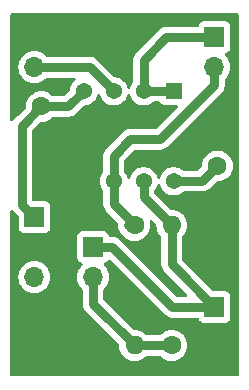
<source format=gbr>
%TF.GenerationSoftware,KiCad,Pcbnew,8.0.6*%
%TF.CreationDate,2025-02-14T15:15:11-07:00*%
%TF.ProjectId,KiCad_Curve_Tracer,4b694361-645f-4437-9572-76655f547261,rev?*%
%TF.SameCoordinates,Original*%
%TF.FileFunction,Copper,L1,Top*%
%TF.FilePolarity,Positive*%
%FSLAX46Y46*%
G04 Gerber Fmt 4.6, Leading zero omitted, Abs format (unit mm)*
G04 Created by KiCad (PCBNEW 8.0.6) date 2025-02-14 15:15:11*
%MOMM*%
%LPD*%
G01*
G04 APERTURE LIST*
%TA.AperFunction,ComponentPad*%
%ADD10R,1.700000X1.700000*%
%TD*%
%TA.AperFunction,ComponentPad*%
%ADD11O,1.700000X1.700000*%
%TD*%
%TA.AperFunction,ComponentPad*%
%ADD12C,1.600000*%
%TD*%
%TA.AperFunction,ComponentPad*%
%ADD13O,1.600000X1.600000*%
%TD*%
%TA.AperFunction,ComponentPad*%
%ADD14R,1.371600X1.371600*%
%TD*%
%TA.AperFunction,ComponentPad*%
%ADD15C,1.371600*%
%TD*%
%TA.AperFunction,Conductor*%
%ADD16C,0.750000*%
%TD*%
G04 APERTURE END LIST*
D10*
%TO.P,J1,1,Pin_1*%
%TO.N,GND*%
X45720000Y-35560000D03*
D11*
%TO.P,J1,2,Pin_2*%
%TO.N,/opamp curve tracer/Vi*%
X45720000Y-38100000D03*
%TD*%
D10*
%TO.P,J5,1,Pin_1*%
%TO.N,/opamp curve tracer/Vo*%
X60960000Y-58420000D03*
D11*
%TO.P,J5,2,Pin_2*%
%TO.N,GND*%
X60960000Y-60960000D03*
%TD*%
D12*
%TO.P,R1,1*%
%TO.N,/opamp curve tracer/rng*%
X57340842Y-61653113D03*
D13*
%TO.P,R1,2*%
%TO.N,/opamp curve tracer/Vo*%
X57340842Y-51493113D03*
%TD*%
D10*
%TO.P,J2,1,Pin_1*%
%TO.N,/opamp curve tracer/DUT+*%
X60960000Y-35560000D03*
D11*
%TO.P,J2,2,Pin_2*%
%TO.N,/opamp curve tracer/DUT-*%
X60960000Y-38100000D03*
%TD*%
D12*
%TO.P,C2,1*%
%TO.N,/opamp curve tracer/V-*%
X46314710Y-41422000D03*
%TO.P,C2,2*%
%TO.N,GND*%
X46314710Y-43922000D03*
%TD*%
D14*
%TO.P,U1,1*%
%TO.N,/opamp curve tracer/DUT+*%
X57513415Y-40125370D03*
D15*
%TO.P,U1,2,-*%
X54973415Y-40125370D03*
%TO.P,U1,3,+*%
%TO.N,/opamp curve tracer/Vi*%
X52433415Y-40125370D03*
%TO.P,U1,4,V-*%
%TO.N,/opamp curve tracer/V-*%
X49893415Y-40125370D03*
%TO.P,U1,5,+*%
%TO.N,GND*%
X49893415Y-47745370D03*
%TO.P,U1,6,-*%
%TO.N,/opamp curve tracer/DUT-*%
X52433415Y-47745370D03*
%TO.P,U1,7*%
%TO.N,/opamp curve tracer/Vo*%
X54973415Y-47745370D03*
%TO.P,U1,8,V+*%
%TO.N,/opamp curve tracer/V+*%
X57513415Y-47745370D03*
%TD*%
D12*
%TO.P,R2,1*%
%TO.N,/opamp curve tracer/DUT-*%
X54204239Y-51493113D03*
D13*
%TO.P,R2,2*%
%TO.N,/opamp curve tracer/rng*%
X54204239Y-61653113D03*
%TD*%
D12*
%TO.P,C1,1*%
%TO.N,/opamp curve tracer/V+*%
X61214000Y-46462000D03*
%TO.P,C1,2*%
%TO.N,GND*%
X61214000Y-43962000D03*
%TD*%
D10*
%TO.P,J4,1,Pin_1*%
%TO.N,/opamp curve tracer/V-*%
X45720000Y-50800000D03*
D11*
%TO.P,J4,2,Pin_2*%
%TO.N,GND*%
X45720000Y-53340000D03*
%TO.P,J4,3,Pin_3*%
%TO.N,/opamp curve tracer/V+*%
X45720000Y-55880000D03*
%TD*%
D10*
%TO.P,J3,1,Pin_1*%
%TO.N,/opamp curve tracer/Vo*%
X50681593Y-53340000D03*
D11*
%TO.P,J3,2,Pin_2*%
%TO.N,/opamp curve tracer/rng*%
X50681593Y-55880000D03*
%TD*%
D16*
%TO.N,/opamp curve tracer/DUT-*%
X52433415Y-49722289D02*
X54204239Y-51493113D01*
X52433415Y-47745370D02*
X52433415Y-49722289D01*
X53848000Y-44196000D02*
X52433415Y-45610585D01*
X52433415Y-45610585D02*
X52433415Y-47745370D01*
X56388000Y-44196000D02*
X53848000Y-44196000D01*
X60960000Y-39624000D02*
X56388000Y-44196000D01*
X60960000Y-38100000D02*
X60960000Y-39624000D01*
%TO.N,/opamp curve tracer/V+*%
X59930630Y-47745370D02*
X61214000Y-46462000D01*
X57513415Y-47745370D02*
X59930630Y-47745370D01*
X57683682Y-47789831D02*
X57695831Y-47789831D01*
%TO.N,/opamp curve tracer/V-*%
X46314710Y-41422000D02*
X48596785Y-41422000D01*
X44650523Y-43086187D02*
X44650523Y-49730523D01*
X44650523Y-49730523D02*
X45720000Y-50800000D01*
X48596785Y-41422000D02*
X49893415Y-40125370D01*
X46314710Y-41422000D02*
X44650523Y-43086187D01*
%TO.N,/opamp curve tracer/Vi*%
X45720000Y-38100000D02*
X50408045Y-38100000D01*
X50408045Y-38100000D02*
X52433415Y-40125370D01*
%TO.N,/opamp curve tracer/DUT-*%
X54204239Y-51493113D02*
X53641158Y-51493113D01*
%TO.N,/opamp curve tracer/DUT+*%
X54973415Y-40125370D02*
X57513415Y-40125370D01*
X54973415Y-37482585D02*
X54973415Y-40125370D01*
X60960000Y-35560000D02*
X56896000Y-35560000D01*
X56896000Y-35560000D02*
X54973415Y-37482585D01*
%TO.N,/opamp curve tracer/Vo*%
X57335113Y-51493113D02*
X54973415Y-49131415D01*
X57404000Y-58420000D02*
X60960000Y-58420000D01*
X57340842Y-51493113D02*
X57340842Y-54800842D01*
X54973415Y-49131415D02*
X54973415Y-47745370D01*
X52324000Y-53340000D02*
X57404000Y-58420000D01*
X50681593Y-53340000D02*
X52324000Y-53340000D01*
X57340842Y-54800842D02*
X60960000Y-58420000D01*
X57340842Y-51493113D02*
X57335113Y-51493113D01*
%TO.N,/opamp curve tracer/rng*%
X57340842Y-61653113D02*
X54204239Y-61653113D01*
X50681593Y-55880000D02*
X50681593Y-58130467D01*
X50681593Y-58130467D02*
X54204239Y-61653113D01*
%TD*%
%TA.AperFunction,Conductor*%
%TO.N,GND*%
G36*
X62942539Y-33540185D02*
G01*
X62988294Y-33592989D01*
X62999500Y-33644500D01*
X62999500Y-64145500D01*
X62979815Y-64212539D01*
X62927011Y-64258294D01*
X62875500Y-64269500D01*
X43804500Y-64269500D01*
X43737461Y-64249815D01*
X43691706Y-64197011D01*
X43680500Y-64145500D01*
X43680500Y-55879999D01*
X44364341Y-55879999D01*
X44364341Y-55880000D01*
X44384936Y-56115403D01*
X44384938Y-56115413D01*
X44446094Y-56343655D01*
X44446096Y-56343659D01*
X44446097Y-56343663D01*
X44545965Y-56557830D01*
X44545967Y-56557834D01*
X44654281Y-56712521D01*
X44681505Y-56751401D01*
X44848599Y-56918495D01*
X44945384Y-56986265D01*
X45042165Y-57054032D01*
X45042167Y-57054033D01*
X45042170Y-57054035D01*
X45256337Y-57153903D01*
X45484592Y-57215063D01*
X45672918Y-57231539D01*
X45719999Y-57235659D01*
X45720000Y-57235659D01*
X45720001Y-57235659D01*
X45759234Y-57232226D01*
X45955408Y-57215063D01*
X46183663Y-57153903D01*
X46397830Y-57054035D01*
X46591401Y-56918495D01*
X46758495Y-56751401D01*
X46894035Y-56557830D01*
X46993903Y-56343663D01*
X47055063Y-56115408D01*
X47075659Y-55880000D01*
X47055063Y-55644592D01*
X46993903Y-55416337D01*
X46894035Y-55202171D01*
X46791840Y-55056220D01*
X46758494Y-55008597D01*
X46591402Y-54841506D01*
X46591395Y-54841501D01*
X46397834Y-54705967D01*
X46397830Y-54705965D01*
X46348174Y-54682810D01*
X46183663Y-54606097D01*
X46183659Y-54606096D01*
X46183655Y-54606094D01*
X45955413Y-54544938D01*
X45955403Y-54544936D01*
X45720001Y-54524341D01*
X45719999Y-54524341D01*
X45484596Y-54544936D01*
X45484586Y-54544938D01*
X45256344Y-54606094D01*
X45256335Y-54606098D01*
X45042171Y-54705964D01*
X45042169Y-54705965D01*
X44848597Y-54841505D01*
X44681505Y-55008597D01*
X44545965Y-55202169D01*
X44545964Y-55202171D01*
X44446098Y-55416335D01*
X44446094Y-55416344D01*
X44384938Y-55644586D01*
X44384936Y-55644596D01*
X44364341Y-55879999D01*
X43680500Y-55879999D01*
X43680500Y-50263413D01*
X43700185Y-50196374D01*
X43752989Y-50150619D01*
X43822147Y-50140675D01*
X43885703Y-50169700D01*
X43907602Y-50194522D01*
X43970477Y-50288621D01*
X43970480Y-50288625D01*
X44333181Y-50651325D01*
X44366666Y-50712648D01*
X44369500Y-50739006D01*
X44369500Y-51697870D01*
X44369501Y-51697876D01*
X44375908Y-51757483D01*
X44426202Y-51892328D01*
X44426206Y-51892335D01*
X44512452Y-52007544D01*
X44512455Y-52007547D01*
X44627664Y-52093793D01*
X44627671Y-52093797D01*
X44762517Y-52144091D01*
X44762516Y-52144091D01*
X44769444Y-52144835D01*
X44822127Y-52150500D01*
X46617872Y-52150499D01*
X46677483Y-52144091D01*
X46812331Y-52093796D01*
X46927546Y-52007546D01*
X47013796Y-51892331D01*
X47064091Y-51757483D01*
X47070500Y-51697873D01*
X47070499Y-49902128D01*
X47064091Y-49842517D01*
X47054481Y-49816752D01*
X47013797Y-49707671D01*
X47013793Y-49707664D01*
X46927547Y-49592455D01*
X46927544Y-49592452D01*
X46812335Y-49506206D01*
X46812328Y-49506202D01*
X46677482Y-49455908D01*
X46677483Y-49455908D01*
X46617883Y-49449501D01*
X46617881Y-49449500D01*
X46617873Y-49449500D01*
X46617865Y-49449500D01*
X45659006Y-49449500D01*
X45591967Y-49429815D01*
X45571325Y-49413181D01*
X45562342Y-49404198D01*
X45528857Y-49342875D01*
X45526023Y-49316517D01*
X45526023Y-43500192D01*
X45545708Y-43433153D01*
X45562338Y-43412515D01*
X46211916Y-42762936D01*
X46273237Y-42729453D01*
X46310403Y-42727091D01*
X46314710Y-42727468D01*
X46541402Y-42707635D01*
X46761206Y-42648739D01*
X46967444Y-42552568D01*
X47153849Y-42422047D01*
X47242078Y-42333817D01*
X47303399Y-42300334D01*
X47329758Y-42297500D01*
X48683016Y-42297500D01*
X48683017Y-42297499D01*
X48852159Y-42263855D01*
X49011490Y-42197858D01*
X49154884Y-42102045D01*
X49908940Y-41347989D01*
X49970263Y-41314504D01*
X49996621Y-41311670D01*
X50003340Y-41311670D01*
X50003342Y-41311670D01*
X50219452Y-41271272D01*
X50424460Y-41191851D01*
X50611383Y-41076113D01*
X50773857Y-40927999D01*
X50906348Y-40752552D01*
X51004346Y-40555747D01*
X51044148Y-40415852D01*
X51081427Y-40356760D01*
X51144737Y-40327202D01*
X51213976Y-40336564D01*
X51267163Y-40381873D01*
X51282680Y-40415851D01*
X51297503Y-40467945D01*
X51322484Y-40555749D01*
X51420478Y-40752546D01*
X51420483Y-40752554D01*
X51486727Y-40840275D01*
X51552973Y-40927999D01*
X51715447Y-41076113D01*
X51902370Y-41191851D01*
X52107378Y-41271272D01*
X52323488Y-41311670D01*
X52323490Y-41311670D01*
X52543340Y-41311670D01*
X52543342Y-41311670D01*
X52759452Y-41271272D01*
X52964460Y-41191851D01*
X53151383Y-41076113D01*
X53313857Y-40927999D01*
X53446348Y-40752552D01*
X53544346Y-40555747D01*
X53584148Y-40415852D01*
X53621427Y-40356760D01*
X53684737Y-40327202D01*
X53753976Y-40336564D01*
X53807163Y-40381873D01*
X53822680Y-40415851D01*
X53837503Y-40467945D01*
X53862484Y-40555749D01*
X53960478Y-40752546D01*
X53960483Y-40752554D01*
X54026727Y-40840275D01*
X54092973Y-40927999D01*
X54255447Y-41076113D01*
X54442370Y-41191851D01*
X54647378Y-41271272D01*
X54863488Y-41311670D01*
X54863490Y-41311670D01*
X55083340Y-41311670D01*
X55083342Y-41311670D01*
X55299452Y-41271272D01*
X55504460Y-41191851D01*
X55691383Y-41076113D01*
X55738420Y-41033232D01*
X55801224Y-41002616D01*
X55821958Y-41000870D01*
X56282350Y-41000870D01*
X56349389Y-41020555D01*
X56381617Y-41050559D01*
X56383818Y-41053499D01*
X56383819Y-41053501D01*
X56470069Y-41168716D01*
X56505583Y-41195302D01*
X56585279Y-41254963D01*
X56585286Y-41254967D01*
X56720132Y-41305261D01*
X56720131Y-41305261D01*
X56727059Y-41306005D01*
X56779742Y-41311670D01*
X57734823Y-41311669D01*
X57801862Y-41331353D01*
X57847617Y-41384157D01*
X57857561Y-41453316D01*
X57828536Y-41516872D01*
X57822504Y-41523350D01*
X56061675Y-43284181D01*
X56000352Y-43317666D01*
X55973994Y-43320500D01*
X53761768Y-43320500D01*
X53592633Y-43354143D01*
X53592621Y-43354146D01*
X53433301Y-43420138D01*
X53433288Y-43420145D01*
X53289901Y-43515954D01*
X53289897Y-43515957D01*
X51929814Y-44876042D01*
X51875316Y-44930540D01*
X51834002Y-44971854D01*
X51753368Y-45052487D01*
X51657560Y-45195873D01*
X51657553Y-45195886D01*
X51591561Y-45355206D01*
X51591558Y-45355218D01*
X51557915Y-45524351D01*
X51557915Y-46894636D01*
X51538230Y-46961675D01*
X51532869Y-46969363D01*
X51420483Y-47118185D01*
X51420478Y-47118193D01*
X51322484Y-47314990D01*
X51262318Y-47526456D01*
X51242033Y-47745370D01*
X51262318Y-47964283D01*
X51322484Y-48175749D01*
X51420478Y-48372546D01*
X51420483Y-48372554D01*
X51460400Y-48425412D01*
X51532869Y-48521377D01*
X51557561Y-48586737D01*
X51557915Y-48596103D01*
X51557915Y-49808522D01*
X51591558Y-49977655D01*
X51591561Y-49977667D01*
X51657553Y-50136987D01*
X51657560Y-50137000D01*
X51753369Y-50280387D01*
X51753372Y-50280391D01*
X52737739Y-51264757D01*
X52771224Y-51326080D01*
X52771676Y-51376627D01*
X52765658Y-51406884D01*
X52765658Y-51579346D01*
X52799301Y-51748479D01*
X52799304Y-51748491D01*
X52865296Y-51907811D01*
X52865303Y-51907824D01*
X52961111Y-52051210D01*
X52961112Y-52051211D01*
X52961113Y-52051212D01*
X53083059Y-52173158D01*
X53083062Y-52173160D01*
X53083063Y-52173161D01*
X53087770Y-52177024D01*
X53087283Y-52177617D01*
X53114696Y-52204437D01*
X53204193Y-52332254D01*
X53365097Y-52493158D01*
X53372219Y-52498145D01*
X53551505Y-52623681D01*
X53757743Y-52719852D01*
X53977547Y-52778748D01*
X54139469Y-52792914D01*
X54204237Y-52798581D01*
X54204239Y-52798581D01*
X54204241Y-52798581D01*
X54260912Y-52793622D01*
X54430931Y-52778748D01*
X54650735Y-52719852D01*
X54856973Y-52623681D01*
X55043378Y-52493160D01*
X55204286Y-52332252D01*
X55334807Y-52145847D01*
X55430978Y-51939609D01*
X55489874Y-51719805D01*
X55509707Y-51493113D01*
X55509233Y-51487700D01*
X55495093Y-51326080D01*
X55489874Y-51266421D01*
X55470411Y-51193783D01*
X55472074Y-51123936D01*
X55511236Y-51066073D01*
X55575465Y-51038569D01*
X55644367Y-51050155D01*
X55677867Y-51074011D01*
X55999442Y-51395586D01*
X56032927Y-51456909D01*
X56034887Y-51487700D01*
X56035374Y-51487700D01*
X56035374Y-51493114D01*
X56055206Y-51719799D01*
X56055208Y-51719810D01*
X56114100Y-51939601D01*
X56114103Y-51939610D01*
X56210273Y-52145845D01*
X56210274Y-52145847D01*
X56340793Y-52332250D01*
X56340794Y-52332251D01*
X56340795Y-52332252D01*
X56429024Y-52420481D01*
X56462508Y-52481802D01*
X56465342Y-52508161D01*
X56465342Y-54887075D01*
X56498985Y-55056208D01*
X56498988Y-55056220D01*
X56564980Y-55215540D01*
X56564987Y-55215553D01*
X56660796Y-55358940D01*
X56660799Y-55358944D01*
X58634675Y-57332819D01*
X58668160Y-57394142D01*
X58663176Y-57463834D01*
X58621304Y-57519767D01*
X58555840Y-57544184D01*
X58546994Y-57544500D01*
X57818006Y-57544500D01*
X57750967Y-57524815D01*
X57730325Y-57508181D01*
X52882102Y-52659957D01*
X52882098Y-52659954D01*
X52738711Y-52564145D01*
X52738698Y-52564138D01*
X52579378Y-52498146D01*
X52579366Y-52498143D01*
X52410232Y-52464500D01*
X52410229Y-52464500D01*
X52142357Y-52464500D01*
X52075318Y-52444815D01*
X52029563Y-52392011D01*
X52026175Y-52383833D01*
X51975390Y-52247671D01*
X51975386Y-52247664D01*
X51889140Y-52132455D01*
X51889137Y-52132452D01*
X51773928Y-52046206D01*
X51773921Y-52046202D01*
X51639075Y-51995908D01*
X51639076Y-51995908D01*
X51579476Y-51989501D01*
X51579474Y-51989500D01*
X51579466Y-51989500D01*
X51579457Y-51989500D01*
X49783722Y-51989500D01*
X49783716Y-51989501D01*
X49724109Y-51995908D01*
X49589264Y-52046202D01*
X49589257Y-52046206D01*
X49474048Y-52132452D01*
X49474045Y-52132455D01*
X49387799Y-52247664D01*
X49387795Y-52247671D01*
X49337501Y-52382517D01*
X49331094Y-52442116D01*
X49331093Y-52442135D01*
X49331093Y-54237870D01*
X49331094Y-54237876D01*
X49337501Y-54297483D01*
X49387795Y-54432328D01*
X49387799Y-54432335D01*
X49474045Y-54547544D01*
X49474048Y-54547547D01*
X49589257Y-54633793D01*
X49589264Y-54633797D01*
X49720674Y-54682810D01*
X49776608Y-54724681D01*
X49801025Y-54790145D01*
X49786173Y-54858418D01*
X49765023Y-54886673D01*
X49643096Y-55008600D01*
X49507558Y-55202169D01*
X49507557Y-55202171D01*
X49407691Y-55416335D01*
X49407687Y-55416344D01*
X49346531Y-55644586D01*
X49346529Y-55644596D01*
X49325934Y-55879999D01*
X49325934Y-55880000D01*
X49346529Y-56115403D01*
X49346531Y-56115413D01*
X49407687Y-56343655D01*
X49407689Y-56343659D01*
X49407690Y-56343663D01*
X49507558Y-56557830D01*
X49507560Y-56557834D01*
X49643094Y-56751395D01*
X49643099Y-56751402D01*
X49769774Y-56878077D01*
X49803259Y-56939400D01*
X49806093Y-56965758D01*
X49806093Y-58216700D01*
X49839736Y-58385833D01*
X49839739Y-58385845D01*
X49905731Y-58545165D01*
X49905738Y-58545178D01*
X50001547Y-58688565D01*
X50001550Y-58688569D01*
X52863300Y-61550318D01*
X52896785Y-61611641D01*
X52899148Y-61648798D01*
X52898771Y-61653110D01*
X52898771Y-61653114D01*
X52918603Y-61879799D01*
X52918605Y-61879810D01*
X52977497Y-62099601D01*
X52977500Y-62099610D01*
X53073670Y-62305845D01*
X53073671Y-62305847D01*
X53204193Y-62492254D01*
X53365097Y-62653158D01*
X53365100Y-62653160D01*
X53551505Y-62783681D01*
X53757743Y-62879852D01*
X53977547Y-62938748D01*
X54139469Y-62952914D01*
X54204237Y-62958581D01*
X54204239Y-62958581D01*
X54204241Y-62958581D01*
X54260912Y-62953622D01*
X54430931Y-62938748D01*
X54650735Y-62879852D01*
X54856973Y-62783681D01*
X55043378Y-62653160D01*
X55131607Y-62564930D01*
X55192928Y-62531447D01*
X55219287Y-62528613D01*
X56325794Y-62528613D01*
X56392833Y-62548298D01*
X56413470Y-62564927D01*
X56501703Y-62653160D01*
X56688108Y-62783681D01*
X56894346Y-62879852D01*
X57114150Y-62938748D01*
X57276072Y-62952914D01*
X57340840Y-62958581D01*
X57340842Y-62958581D01*
X57340844Y-62958581D01*
X57397515Y-62953622D01*
X57567534Y-62938748D01*
X57787338Y-62879852D01*
X57993576Y-62783681D01*
X58179981Y-62653160D01*
X58340889Y-62492252D01*
X58471410Y-62305847D01*
X58567581Y-62099609D01*
X58626477Y-61879805D01*
X58646310Y-61653113D01*
X58645932Y-61648798D01*
X58640643Y-61588343D01*
X58626477Y-61426421D01*
X58567581Y-61206617D01*
X58471410Y-61000379D01*
X58340889Y-60813974D01*
X58340887Y-60813971D01*
X58179983Y-60653067D01*
X57993576Y-60522545D01*
X57993574Y-60522544D01*
X57787339Y-60426374D01*
X57787330Y-60426371D01*
X57567539Y-60367479D01*
X57567535Y-60367478D01*
X57567534Y-60367478D01*
X57567533Y-60367477D01*
X57567528Y-60367477D01*
X57340844Y-60347645D01*
X57340840Y-60347645D01*
X57114155Y-60367477D01*
X57114144Y-60367479D01*
X56894353Y-60426371D01*
X56894344Y-60426374D01*
X56688109Y-60522544D01*
X56688107Y-60522545D01*
X56501704Y-60653064D01*
X56457590Y-60697179D01*
X56413473Y-60741295D01*
X56352153Y-60774779D01*
X56325794Y-60777613D01*
X55219287Y-60777613D01*
X55152248Y-60757928D01*
X55131610Y-60741298D01*
X55043378Y-60653066D01*
X55043377Y-60653065D01*
X55043376Y-60653064D01*
X54856973Y-60522545D01*
X54856971Y-60522544D01*
X54650736Y-60426374D01*
X54650727Y-60426371D01*
X54430936Y-60367479D01*
X54430932Y-60367478D01*
X54430931Y-60367478D01*
X54430930Y-60367477D01*
X54430925Y-60367477D01*
X54204241Y-60347645D01*
X54204236Y-60347645D01*
X54199924Y-60348022D01*
X54131425Y-60334251D01*
X54101444Y-60312174D01*
X51593412Y-57804142D01*
X51559927Y-57742819D01*
X51557093Y-57716461D01*
X51557093Y-56965758D01*
X51576778Y-56898719D01*
X51593412Y-56878077D01*
X51720088Y-56751401D01*
X51855628Y-56557830D01*
X51955496Y-56343663D01*
X52016656Y-56115408D01*
X52037252Y-55880000D01*
X52016656Y-55644592D01*
X51955496Y-55416337D01*
X51855628Y-55202171D01*
X51753432Y-55056220D01*
X51720089Y-55008600D01*
X51720086Y-55008597D01*
X51598160Y-54886671D01*
X51564677Y-54825351D01*
X51569661Y-54755659D01*
X51611532Y-54699725D01*
X51642508Y-54682810D01*
X51773924Y-54633796D01*
X51889139Y-54547546D01*
X51975389Y-54432331D01*
X51975390Y-54432327D01*
X51976450Y-54430912D01*
X52032384Y-54389041D01*
X52102075Y-54384057D01*
X52163398Y-54417542D01*
X56845897Y-59100042D01*
X56845901Y-59100045D01*
X56989288Y-59195854D01*
X56989301Y-59195861D01*
X57148621Y-59261853D01*
X57148626Y-59261855D01*
X57317766Y-59295499D01*
X57317769Y-59295500D01*
X57317771Y-59295500D01*
X57490229Y-59295500D01*
X59499236Y-59295500D01*
X59566275Y-59315185D01*
X59612030Y-59367989D01*
X59615418Y-59376167D01*
X59666202Y-59512328D01*
X59666206Y-59512335D01*
X59752452Y-59627544D01*
X59752455Y-59627547D01*
X59867664Y-59713793D01*
X59867671Y-59713797D01*
X60002517Y-59764091D01*
X60002516Y-59764091D01*
X60009444Y-59764835D01*
X60062127Y-59770500D01*
X61857872Y-59770499D01*
X61917483Y-59764091D01*
X62052331Y-59713796D01*
X62167546Y-59627546D01*
X62253796Y-59512331D01*
X62304091Y-59377483D01*
X62310500Y-59317873D01*
X62310499Y-57522128D01*
X62304091Y-57462517D01*
X62253796Y-57327669D01*
X62253795Y-57327668D01*
X62253793Y-57327664D01*
X62167547Y-57212455D01*
X62167544Y-57212452D01*
X62052335Y-57126206D01*
X62052328Y-57126202D01*
X61917482Y-57075908D01*
X61917483Y-57075908D01*
X61857883Y-57069501D01*
X61857881Y-57069500D01*
X61857873Y-57069500D01*
X61857865Y-57069500D01*
X60899006Y-57069500D01*
X60831967Y-57049815D01*
X60811325Y-57033181D01*
X58252661Y-54474517D01*
X58219176Y-54413194D01*
X58216342Y-54386836D01*
X58216342Y-52508161D01*
X58236027Y-52441122D01*
X58252656Y-52420484D01*
X58340889Y-52332252D01*
X58471410Y-52145847D01*
X58567581Y-51939609D01*
X58626477Y-51719805D01*
X58646310Y-51493113D01*
X58645836Y-51487700D01*
X58631696Y-51326080D01*
X58626477Y-51266421D01*
X58567581Y-51046617D01*
X58471410Y-50840379D01*
X58340889Y-50653974D01*
X58340887Y-50653971D01*
X58179983Y-50493067D01*
X57993576Y-50362545D01*
X57993574Y-50362544D01*
X57787339Y-50266374D01*
X57787330Y-50266371D01*
X57567539Y-50207479D01*
X57567535Y-50207478D01*
X57567534Y-50207478D01*
X57567533Y-50207477D01*
X57567528Y-50207477D01*
X57340844Y-50187645D01*
X57340842Y-50187645D01*
X57331263Y-50188483D01*
X57262763Y-50174713D01*
X57232779Y-50152635D01*
X55885234Y-48805090D01*
X55851749Y-48743767D01*
X55848915Y-48717409D01*
X55848915Y-48596103D01*
X55868600Y-48529064D01*
X55873952Y-48521387D01*
X55986348Y-48372552D01*
X56084346Y-48175747D01*
X56124148Y-48035852D01*
X56161427Y-47976760D01*
X56224737Y-47947202D01*
X56293976Y-47956564D01*
X56347163Y-48001873D01*
X56362682Y-48035854D01*
X56402484Y-48175749D01*
X56500478Y-48372546D01*
X56500483Y-48372554D01*
X56540400Y-48425412D01*
X56632973Y-48547999D01*
X56795447Y-48696113D01*
X56872411Y-48743767D01*
X56971450Y-48805090D01*
X56982370Y-48811851D01*
X57187378Y-48891272D01*
X57403488Y-48931670D01*
X57403490Y-48931670D01*
X57623340Y-48931670D01*
X57623342Y-48931670D01*
X57839452Y-48891272D01*
X58044460Y-48811851D01*
X58231383Y-48696113D01*
X58278420Y-48653232D01*
X58341224Y-48622616D01*
X58361958Y-48620870D01*
X60016861Y-48620870D01*
X60016862Y-48620869D01*
X60186004Y-48587225D01*
X60345335Y-48521228D01*
X60488729Y-48425415D01*
X61111206Y-47802936D01*
X61172527Y-47769453D01*
X61209693Y-47767091D01*
X61214000Y-47767468D01*
X61440692Y-47747635D01*
X61660496Y-47688739D01*
X61866734Y-47592568D01*
X62053139Y-47462047D01*
X62214047Y-47301139D01*
X62344568Y-47114734D01*
X62440739Y-46908496D01*
X62499635Y-46688692D01*
X62519468Y-46462000D01*
X62499635Y-46235308D01*
X62440739Y-46015504D01*
X62344568Y-45809266D01*
X62214047Y-45622861D01*
X62214045Y-45622858D01*
X62053141Y-45461954D01*
X61866734Y-45331432D01*
X61866732Y-45331431D01*
X61660497Y-45235261D01*
X61660488Y-45235258D01*
X61440697Y-45176366D01*
X61440693Y-45176365D01*
X61440692Y-45176365D01*
X61440691Y-45176364D01*
X61440686Y-45176364D01*
X61214002Y-45156532D01*
X61213998Y-45156532D01*
X60987313Y-45176364D01*
X60987302Y-45176366D01*
X60767511Y-45235258D01*
X60767502Y-45235261D01*
X60561267Y-45331431D01*
X60561265Y-45331432D01*
X60374858Y-45461954D01*
X60213954Y-45622858D01*
X60083432Y-45809265D01*
X60083431Y-45809267D01*
X59987261Y-46015502D01*
X59987258Y-46015511D01*
X59928366Y-46235302D01*
X59928364Y-46235313D01*
X59908532Y-46461998D01*
X59908532Y-46461999D01*
X59908909Y-46466311D01*
X59895139Y-46534810D01*
X59873061Y-46564793D01*
X59604303Y-46833552D01*
X59542983Y-46867036D01*
X59516624Y-46869870D01*
X58361958Y-46869870D01*
X58294919Y-46850185D01*
X58278420Y-46837507D01*
X58274080Y-46833551D01*
X58231383Y-46794627D01*
X58231381Y-46794626D01*
X58231379Y-46794624D01*
X58044461Y-46678889D01*
X58044459Y-46678888D01*
X57973697Y-46651475D01*
X57839452Y-46599468D01*
X57623342Y-46559070D01*
X57403488Y-46559070D01*
X57187378Y-46599468D01*
X57130134Y-46621644D01*
X56982370Y-46678888D01*
X56982368Y-46678889D01*
X56795451Y-46794624D01*
X56795449Y-46794625D01*
X56795447Y-46794627D01*
X56748410Y-46837507D01*
X56632972Y-46942742D01*
X56500483Y-47118185D01*
X56500478Y-47118193D01*
X56402485Y-47314989D01*
X56362682Y-47454886D01*
X56325403Y-47513979D01*
X56262093Y-47543537D01*
X56192853Y-47534175D01*
X56139667Y-47488866D01*
X56124148Y-47454886D01*
X56084346Y-47314993D01*
X56077448Y-47301141D01*
X55986351Y-47118193D01*
X55986346Y-47118185D01*
X55951883Y-47072549D01*
X55853857Y-46942741D01*
X55691383Y-46794627D01*
X55666316Y-46779106D01*
X55504461Y-46678889D01*
X55504459Y-46678888D01*
X55433697Y-46651475D01*
X55299452Y-46599468D01*
X55083342Y-46559070D01*
X54863488Y-46559070D01*
X54647378Y-46599468D01*
X54590134Y-46621644D01*
X54442370Y-46678888D01*
X54442368Y-46678889D01*
X54255451Y-46794624D01*
X54255449Y-46794625D01*
X54255447Y-46794627D01*
X54208410Y-46837507D01*
X54092972Y-46942742D01*
X53960483Y-47118185D01*
X53960478Y-47118193D01*
X53862485Y-47314989D01*
X53822682Y-47454886D01*
X53785403Y-47513979D01*
X53722093Y-47543537D01*
X53652853Y-47534175D01*
X53599667Y-47488866D01*
X53584148Y-47454886D01*
X53544346Y-47314993D01*
X53537448Y-47301141D01*
X53446351Y-47118193D01*
X53446346Y-47118185D01*
X53333961Y-46969363D01*
X53309269Y-46904001D01*
X53308915Y-46894636D01*
X53308915Y-46024591D01*
X53328600Y-45957552D01*
X53345234Y-45936910D01*
X54174325Y-45107819D01*
X54235648Y-45074334D01*
X54262006Y-45071500D01*
X56474231Y-45071500D01*
X56474232Y-45071499D01*
X56643374Y-45037855D01*
X56802705Y-44971858D01*
X56946099Y-44876045D01*
X61640045Y-40182099D01*
X61735858Y-40038705D01*
X61801855Y-39879374D01*
X61835500Y-39710229D01*
X61835500Y-39537771D01*
X61835500Y-39185758D01*
X61855185Y-39118719D01*
X61871819Y-39098077D01*
X61921907Y-39047989D01*
X61998495Y-38971401D01*
X62134035Y-38777830D01*
X62233903Y-38563663D01*
X62295063Y-38335408D01*
X62315659Y-38100000D01*
X62295063Y-37864592D01*
X62233903Y-37636337D01*
X62134035Y-37422171D01*
X62132483Y-37419955D01*
X61998496Y-37228600D01*
X61958077Y-37188181D01*
X61876567Y-37106671D01*
X61843084Y-37045351D01*
X61848068Y-36975659D01*
X61889939Y-36919725D01*
X61920915Y-36902810D01*
X62052331Y-36853796D01*
X62167546Y-36767546D01*
X62253796Y-36652331D01*
X62304091Y-36517483D01*
X62310500Y-36457873D01*
X62310499Y-34662128D01*
X62305299Y-34613757D01*
X62304091Y-34602516D01*
X62253797Y-34467671D01*
X62253793Y-34467664D01*
X62167547Y-34352455D01*
X62167544Y-34352452D01*
X62052335Y-34266206D01*
X62052328Y-34266202D01*
X61917482Y-34215908D01*
X61917483Y-34215908D01*
X61857883Y-34209501D01*
X61857881Y-34209500D01*
X61857873Y-34209500D01*
X61857864Y-34209500D01*
X60062129Y-34209500D01*
X60062123Y-34209501D01*
X60002516Y-34215908D01*
X59867671Y-34266202D01*
X59867664Y-34266206D01*
X59752455Y-34352452D01*
X59752452Y-34352455D01*
X59666206Y-34467664D01*
X59666202Y-34467671D01*
X59615418Y-34603833D01*
X59573547Y-34659767D01*
X59508083Y-34684184D01*
X59499236Y-34684500D01*
X56809768Y-34684500D01*
X56640633Y-34718143D01*
X56640621Y-34718146D01*
X56481301Y-34784138D01*
X56481288Y-34784145D01*
X56337901Y-34879954D01*
X56337897Y-34879957D01*
X54782356Y-36435500D01*
X54415316Y-36802540D01*
X54364063Y-36853793D01*
X54293368Y-36924487D01*
X54197560Y-37067873D01*
X54197553Y-37067886D01*
X54131561Y-37227206D01*
X54131558Y-37227218D01*
X54097915Y-37396351D01*
X54097915Y-39274636D01*
X54078230Y-39341675D01*
X54072869Y-39349363D01*
X53960483Y-39498185D01*
X53960478Y-39498193D01*
X53862485Y-39694989D01*
X53822682Y-39834886D01*
X53785403Y-39893979D01*
X53722093Y-39923537D01*
X53652853Y-39914175D01*
X53599667Y-39868866D01*
X53584148Y-39834886D01*
X53544346Y-39694993D01*
X53542790Y-39691868D01*
X53446351Y-39498193D01*
X53446346Y-39498185D01*
X53365931Y-39391699D01*
X53313857Y-39322741D01*
X53151383Y-39174627D01*
X53027751Y-39098077D01*
X52964461Y-39058889D01*
X52964459Y-39058888D01*
X52893697Y-39031475D01*
X52759452Y-38979468D01*
X52543342Y-38939070D01*
X52543340Y-38939070D01*
X52536621Y-38939070D01*
X52469582Y-38919385D01*
X52448940Y-38902751D01*
X50966147Y-37419957D01*
X50966143Y-37419954D01*
X50822756Y-37324145D01*
X50822743Y-37324138D01*
X50663423Y-37258146D01*
X50663411Y-37258143D01*
X50494277Y-37224500D01*
X50494274Y-37224500D01*
X46805758Y-37224500D01*
X46738719Y-37204815D01*
X46718077Y-37188181D01*
X46591402Y-37061506D01*
X46591395Y-37061501D01*
X46397834Y-36925967D01*
X46397830Y-36925965D01*
X46348174Y-36902810D01*
X46183663Y-36826097D01*
X46183659Y-36826096D01*
X46183655Y-36826094D01*
X45955413Y-36764938D01*
X45955403Y-36764936D01*
X45720001Y-36744341D01*
X45719999Y-36744341D01*
X45484596Y-36764936D01*
X45484586Y-36764938D01*
X45256344Y-36826094D01*
X45256335Y-36826098D01*
X45042171Y-36925964D01*
X45042169Y-36925965D01*
X44848597Y-37061505D01*
X44681505Y-37228597D01*
X44545965Y-37422169D01*
X44545964Y-37422171D01*
X44446098Y-37636335D01*
X44446094Y-37636344D01*
X44384938Y-37864586D01*
X44384936Y-37864596D01*
X44364341Y-38099999D01*
X44364341Y-38100000D01*
X44384936Y-38335403D01*
X44384938Y-38335413D01*
X44446094Y-38563655D01*
X44446096Y-38563659D01*
X44446097Y-38563663D01*
X44545965Y-38777830D01*
X44545967Y-38777834D01*
X44633436Y-38902751D01*
X44681505Y-38971401D01*
X44848599Y-39138495D01*
X44923781Y-39191138D01*
X45042165Y-39274032D01*
X45042167Y-39274033D01*
X45042170Y-39274035D01*
X45256337Y-39373903D01*
X45484592Y-39435063D01*
X45672918Y-39451539D01*
X45719999Y-39455659D01*
X45720000Y-39455659D01*
X45720001Y-39455659D01*
X45759234Y-39452226D01*
X45955408Y-39435063D01*
X46183663Y-39373903D01*
X46397830Y-39274035D01*
X46591401Y-39138495D01*
X46718077Y-39011819D01*
X46779400Y-38978334D01*
X46805758Y-38975500D01*
X49073799Y-38975500D01*
X49140838Y-38995185D01*
X49186593Y-39047989D01*
X49196537Y-39117147D01*
X49167512Y-39180703D01*
X49157351Y-39191123D01*
X49017916Y-39318235D01*
X49012972Y-39322742D01*
X48880483Y-39498185D01*
X48880478Y-39498193D01*
X48782484Y-39694990D01*
X48722318Y-39906456D01*
X48710939Y-40029251D01*
X48685152Y-40094188D01*
X48675149Y-40105490D01*
X48270460Y-40510181D01*
X48209137Y-40543666D01*
X48182779Y-40546500D01*
X47329758Y-40546500D01*
X47262719Y-40526815D01*
X47242081Y-40510185D01*
X47153849Y-40421953D01*
X47153848Y-40421952D01*
X47153847Y-40421951D01*
X46967444Y-40291432D01*
X46967442Y-40291431D01*
X46761207Y-40195261D01*
X46761198Y-40195258D01*
X46541407Y-40136366D01*
X46541403Y-40136365D01*
X46541402Y-40136365D01*
X46541401Y-40136364D01*
X46541396Y-40136364D01*
X46314712Y-40116532D01*
X46314708Y-40116532D01*
X46088023Y-40136364D01*
X46088012Y-40136366D01*
X45868221Y-40195258D01*
X45868212Y-40195261D01*
X45661977Y-40291431D01*
X45661975Y-40291432D01*
X45475568Y-40421954D01*
X45314664Y-40582858D01*
X45184142Y-40769265D01*
X45184141Y-40769267D01*
X45087971Y-40975502D01*
X45087968Y-40975511D01*
X45029076Y-41195302D01*
X45029074Y-41195313D01*
X45009242Y-41421998D01*
X45009242Y-41421999D01*
X45009619Y-41426311D01*
X44995849Y-41494810D01*
X44973771Y-41524793D01*
X44300712Y-42197854D01*
X44092424Y-42406142D01*
X44031450Y-42467116D01*
X43970476Y-42528089D01*
X43907602Y-42622187D01*
X43853989Y-42666992D01*
X43784664Y-42675699D01*
X43721637Y-42645544D01*
X43684918Y-42586101D01*
X43680500Y-42553296D01*
X43680500Y-33644500D01*
X43700185Y-33577461D01*
X43752989Y-33531706D01*
X43804500Y-33520500D01*
X62875500Y-33520500D01*
X62942539Y-33540185D01*
G37*
%TD.AperFunction*%
%TD*%
M02*

</source>
